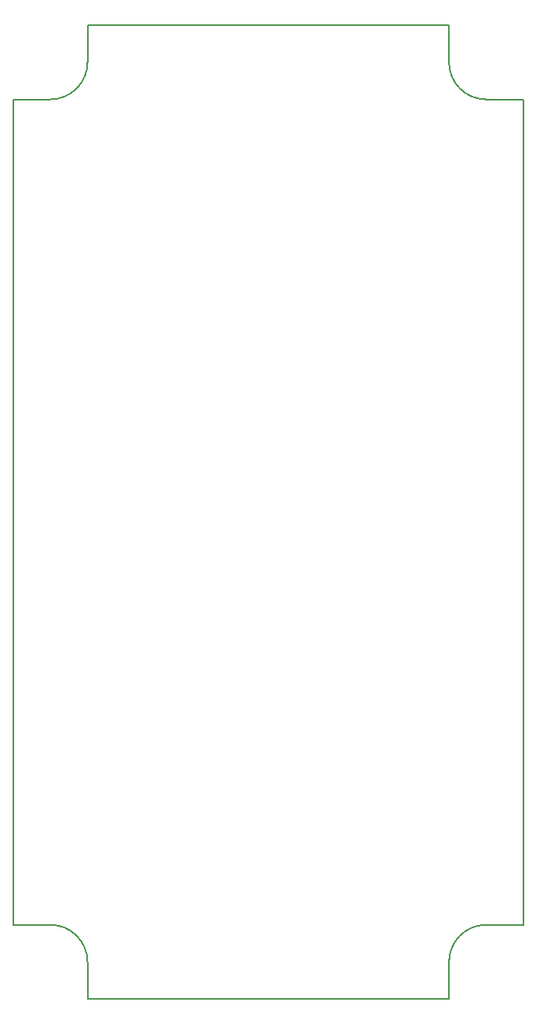
<source format=gko>
%FSLAX25Y25*%
%MOIN*%
G70*
G01*
G75*
G04 Layer_Color=16711935*
%ADD10C,0.01969*%
%ADD11C,0.03937*%
%ADD12R,0.07874X0.06693*%
%ADD13O,0.07874X0.06693*%
%ADD14R,0.06693X0.07874*%
%ADD15O,0.06693X0.07874*%
%ADD16P,0.07244X8X112.5*%
%ADD17C,0.06693*%
%ADD18C,0.07874*%
%ADD19O,0.07874X0.05906*%
%ADD20C,0.05906*%
%ADD21R,0.07874X0.07874*%
%ADD22C,0.05000*%
%ADD23O,0.05906X0.02362*%
%ADD24R,0.07087X0.05906*%
%ADD25R,0.04331X0.05906*%
%ADD26R,0.05906X0.04331*%
%ADD27C,0.01181*%
%ADD28C,0.00500*%
D28*
X-92520Y175197D02*
G03*
X-76772Y190945I0J15748D01*
G01*
Y-190945D02*
G03*
X-92520Y-175197I-15748J0D01*
G01*
X92520D02*
G03*
X76772Y-190945I0J-15748D01*
G01*
Y190945D02*
G03*
X92520Y175197I15748J0D01*
G01*
X108268Y-175197D02*
Y175197D01*
X-76772Y206693D02*
X76772D01*
X-108268Y-175197D02*
Y175197D01*
X-76772Y-206693D02*
X76772D01*
X-108268Y175197D02*
X-92520D01*
X-108268Y-175197D02*
X-92520D01*
X-76772Y-206693D02*
Y-190945D01*
X76772Y-206693D02*
Y-190945D01*
X92520Y-175197D02*
X108268D01*
X92520Y175197D02*
X108268D01*
X76772Y190945D02*
Y206693D01*
X-76772Y190945D02*
Y206693D01*
M02*

</source>
